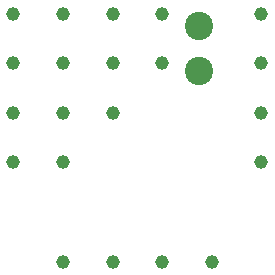
<source format=gbr>
G04 #@! TF.FileFunction,Soldermask,Bot*
%FSLAX46Y46*%
G04 Gerber Fmt 4.6, Leading zero omitted, Abs format (unit mm)*
G04 Created by KiCad (PCBNEW 4.0.7) date 11/03/17 21:56:08*
%MOMM*%
%LPD*%
G01*
G04 APERTURE LIST*
%ADD10C,0.100000*%
%ADD11C,1.162000*%
%ADD12C,2.400000*%
G04 APERTURE END LIST*
D10*
D11*
X143800000Y-123108000D03*
X139600000Y-123108000D03*
X135400000Y-123108000D03*
X131200000Y-123108000D03*
X148000000Y-114708000D03*
X131200000Y-114708000D03*
X127000000Y-114708000D03*
X148000000Y-110508000D03*
X135400000Y-110508000D03*
X131200000Y-110508000D03*
X127000000Y-110508000D03*
X148000000Y-106308000D03*
X139600000Y-106308000D03*
X135400000Y-106308000D03*
X131200000Y-106308000D03*
X127000000Y-106308000D03*
X148000000Y-102108000D03*
X139600000Y-102108000D03*
X135400000Y-102108000D03*
X131200000Y-102108000D03*
D12*
X142748000Y-106934000D03*
X142748000Y-103124000D03*
D11*
X127000000Y-102108000D03*
M02*

</source>
